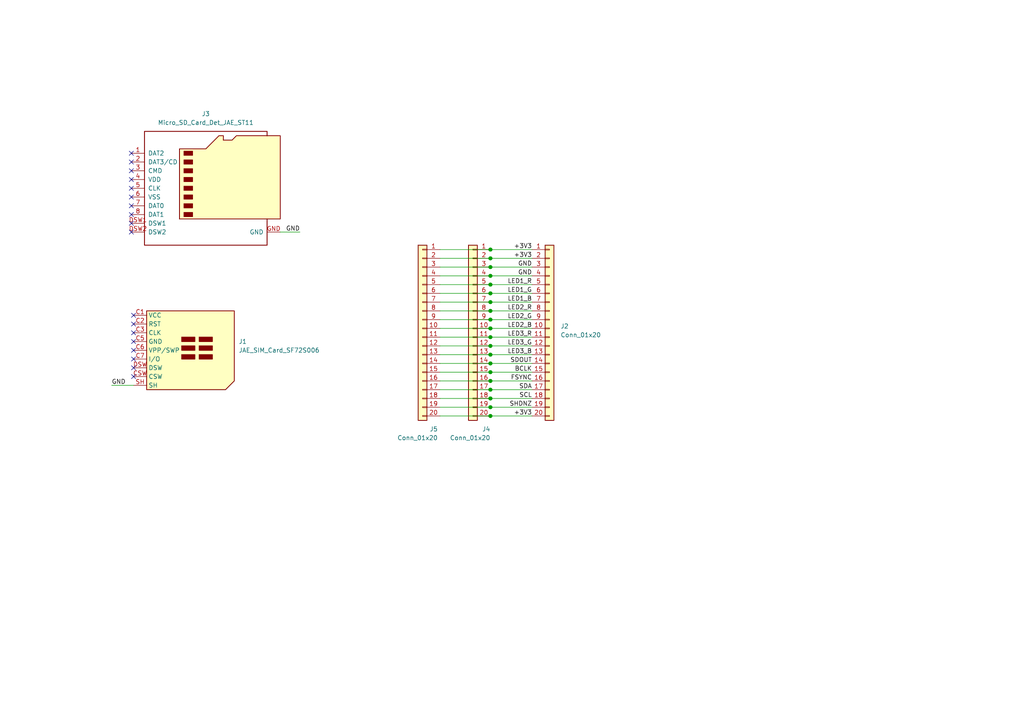
<source format=kicad_sch>
(kicad_sch (version 20201015) (generator eeschema)
  (paper "A4")
  (lib_symbols
    (symbol "Connector:JAE_SIM_Card_SF72S006"
      (property "Reference" "J" (at 5.08 12.7 0))
      (property "Value" "JAE_SIM_Card_SF72S006" (at 30.48 12.7 0))
      (symbol "JAE_SIM_Card_SF72S006_0_1"
        (rectangle (start 13.97 -2.54) (end 17.78 -1.27) (stroke (width 0.254)) (fill (type outline)))
        (rectangle (start 13.97 0) (end 17.78 1.27) (stroke (width 0.254)) (fill (type outline)))
        (rectangle (start 13.97 2.54) (end 17.78 3.81) (stroke (width 0.254)) (fill (type outline)))
        (rectangle (start 19.05 -1.27) (end 22.86 -2.54) (stroke (width 0.254)) (fill (type outline)))
        (rectangle (start 19.05 0) (end 22.86 1.27) (stroke (width 0.254)) (fill (type outline)))
        (rectangle (start 19.05 2.54) (end 22.86 3.81) (stroke (width 0.254)) (fill (type outline)))
        (polyline (pts (xy 3.81 11.43) (xy 3.81 -11.43) (xy 26.67 -11.43) (xy 29.21 -8.89) (xy 29.21 11.43) (xy 3.81 11.43)) (stroke (width 0.254)) (fill (type background)))
      )
      (symbol "JAE_SIM_Card_SF72S006_1_1"
        (pin power_in line (at 0 10.16 0) (length 3.81) (name "VCC") (number "C1"))
        (pin input line (at 0 7.62 0) (length 3.81) (name "RST") (number "C2"))
        (pin input line (at 0 5.08 0) (length 3.81) (name "CLK") (number "C3"))
        (pin power_in line (at 0 2.54 0) (length 3.81) (name "GND") (number "C5"))
        (pin bidirectional line (at 0 0 0) (length 3.81) (name "VPP/SWP") (number "C6"))
        (pin bidirectional line (at 0 -2.54 0) (length 3.81) (name "I/O") (number "C7"))
        (pin passive line (at 0 -7.62 0) (length 3.81) (name "CSW") (number "CSW"))
        (pin passive line (at 0 -5.08 0) (length 3.81) (name "DSW") (number "DSW"))
        (pin passive line (at 0 -10.16 0) (length 3.81) (name "SH") (number "SH"))
      )
    )
    (symbol "Connector_Generic:Conn_01x20" (pin_names (offset 1.016) hide)
      (property "Reference" "J" (at 0 25.4 0))
      (property "Value" "Conn_01x20" (at 0 -27.94 0))
      (symbol "Conn_01x20_1_1"
        (rectangle (start -1.27 -4.953) (end 0 -5.207) (stroke (width 0.1524)))
        (rectangle (start -1.27 -7.493) (end 0 -7.747) (stroke (width 0.1524)))
        (rectangle (start -1.27 -10.033) (end 0 -10.287) (stroke (width 0.1524)))
        (rectangle (start -1.27 -12.573) (end 0 -12.827) (stroke (width 0.1524)))
        (rectangle (start -1.27 -15.113) (end 0 -15.367) (stroke (width 0.1524)))
        (rectangle (start -1.27 -17.653) (end 0 -17.907) (stroke (width 0.1524)))
        (rectangle (start -1.27 -20.193) (end 0 -20.447) (stroke (width 0.1524)))
        (rectangle (start -1.27 -22.733) (end 0 -22.987) (stroke (width 0.1524)))
        (rectangle (start -1.27 -2.413) (end 0 -2.667) (stroke (width 0.1524)))
        (rectangle (start -1.27 -25.273) (end 0 -25.527) (stroke (width 0.1524)))
        (rectangle (start -1.27 2.667) (end 0 2.413) (stroke (width 0.1524)))
        (rectangle (start -1.27 5.207) (end 0 4.953) (stroke (width 0.1524)))
        (rectangle (start -1.27 7.747) (end 0 7.493) (stroke (width 0.1524)))
        (rectangle (start -1.27 10.287) (end 0 10.033) (stroke (width 0.1524)))
        (rectangle (start -1.27 0.127) (end 0 -0.127) (stroke (width 0.1524)))
        (rectangle (start -1.27 12.827) (end 0 12.573) (stroke (width 0.1524)))
        (rectangle (start -1.27 15.367) (end 0 15.113) (stroke (width 0.1524)))
        (rectangle (start -1.27 17.907) (end 0 17.653) (stroke (width 0.1524)))
        (rectangle (start -1.27 20.447) (end 0 20.193) (stroke (width 0.1524)))
        (rectangle (start -1.27 22.987) (end 0 22.733) (stroke (width 0.1524)))
        (rectangle (start -1.27 24.13) (end 1.27 -26.67) (stroke (width 0.254)) (fill (type background)))
        (pin passive line (at -5.08 22.86 0) (length 3.81) (name "Pin_1") (number "1"))
        (pin passive line (at -5.08 0 0) (length 3.81) (name "Pin_10") (number "10"))
        (pin passive line (at -5.08 -2.54 0) (length 3.81) (name "Pin_11") (number "11"))
        (pin passive line (at -5.08 -5.08 0) (length 3.81) (name "Pin_12") (number "12"))
        (pin passive line (at -5.08 -7.62 0) (length 3.81) (name "Pin_13") (number "13"))
        (pin passive line (at -5.08 -10.16 0) (length 3.81) (name "Pin_14") (number "14"))
        (pin passive line (at -5.08 -12.7 0) (length 3.81) (name "Pin_15") (number "15"))
        (pin passive line (at -5.08 -15.24 0) (length 3.81) (name "Pin_16") (number "16"))
        (pin passive line (at -5.08 -17.78 0) (length 3.81) (name "Pin_17") (number "17"))
        (pin passive line (at -5.08 -20.32 0) (length 3.81) (name "Pin_18") (number "18"))
        (pin passive line (at -5.08 -22.86 0) (length 3.81) (name "Pin_19") (number "19"))
        (pin passive line (at -5.08 20.32 0) (length 3.81) (name "Pin_2") (number "2"))
        (pin passive line (at -5.08 -25.4 0) (length 3.81) (name "Pin_20") (number "20"))
        (pin passive line (at -5.08 17.78 0) (length 3.81) (name "Pin_3") (number "3"))
        (pin passive line (at -5.08 15.24 0) (length 3.81) (name "Pin_4") (number "4"))
        (pin passive line (at -5.08 12.7 0) (length 3.81) (name "Pin_5") (number "5"))
        (pin passive line (at -5.08 10.16 0) (length 3.81) (name "Pin_6") (number "6"))
        (pin passive line (at -5.08 7.62 0) (length 3.81) (name "Pin_7") (number "7"))
        (pin passive line (at -5.08 5.08 0) (length 3.81) (name "Pin_8") (number "8"))
        (pin passive line (at -5.08 2.54 0) (length 3.81) (name "Pin_9") (number "9"))
      )
    )
    (symbol "j_Connector:Micro_SD_Card_Det_JAE_ST11" (pin_names (offset 1.016))
      (property "Reference" "J" (at -16.51 17.78 0))
      (property "Value" "Micro_SD_Card_Det_JAE_ST11" (at 16.51 17.78 0))
      (symbol "Micro_SD_Card_Det_JAE_ST11_0_1"
        (rectangle (start -7.62 -6.985) (end -5.08 -8.255) (fill (type outline)))
        (rectangle (start -7.62 -4.445) (end -5.08 -5.715) (fill (type outline)))
        (rectangle (start -7.62 -1.905) (end -5.08 -3.175) (fill (type outline)))
        (rectangle (start -7.62 0.635) (end -5.08 -0.635) (fill (type outline)))
        (rectangle (start -7.62 3.175) (end -5.08 1.905) (fill (type outline)))
        (rectangle (start -7.62 5.715) (end -5.08 4.445) (fill (type outline)))
        (rectangle (start -7.62 8.255) (end -5.08 6.985) (fill (type outline)))
        (rectangle (start -7.62 10.795) (end -5.08 9.525) (fill (type outline)))
        (polyline (pts (xy 16.51 15.24) (xy 16.51 16.51) (xy -19.05 16.51) (xy -19.05 -16.51) (xy 16.51 -16.51) (xy 16.51 -8.89)) (stroke (width 0.254)))
        (polyline (pts (xy -8.89 -8.89) (xy -8.89 11.43) (xy -1.27 11.43) (xy 2.54 15.24) (xy 3.81 15.24) (xy 3.81 13.97) (xy 6.35 13.97) (xy 7.62 15.24) (xy 20.32 15.24) (xy 20.32 -8.89) (xy -8.89 -8.89)) (stroke (width 0.254)) (fill (type background)))
      )
      (symbol "Micro_SD_Card_Det_JAE_ST11_1_1"
        (pin bidirectional line (at -22.86 10.16 0) (length 3.81) (name "DAT2") (number "1"))
        (pin passive line (at -22.86 -10.16 0) (length 3.81) (name "DSW1") (number "DSW1"))
        (pin passive line (at 20.32 -12.7 180) (length 3.81) (name "GND") (number "GND"))
        (pin bidirectional line (at -22.86 7.62 0) (length 3.81) (name "DAT3/CD") (number "2"))
        (pin input line (at -22.86 5.08 0) (length 3.81) (name "CMD") (number "3"))
        (pin power_in line (at -22.86 2.54 0) (length 3.81) (name "VDD") (number "4"))
        (pin input line (at -22.86 0 0) (length 3.81) (name "CLK") (number "5"))
        (pin power_in line (at -22.86 -2.54 0) (length 3.81) (name "VSS") (number "6"))
        (pin bidirectional line (at -22.86 -5.08 0) (length 3.81) (name "DAT0") (number "7"))
        (pin bidirectional line (at -22.86 -7.62 0) (length 3.81) (name "DAT1") (number "8"))
        (pin passive line (at -22.86 -12.7 0) (length 3.81) (name "DSW2") (number "DSW2"))
      )
    )
  )
  (junction (at 142.24 72.39) (diameter 1.016))
  (junction (at 142.24 74.93) (diameter 1.016))
  (junction (at 142.24 77.47) (diameter 1.016))
  (junction (at 142.24 80.01) (diameter 1.016))
  (junction (at 142.24 82.55) (diameter 1.016))
  (junction (at 142.24 85.09) (diameter 1.016))
  (junction (at 142.24 87.63) (diameter 1.016))
  (junction (at 142.24 90.17) (diameter 1.016))
  (junction (at 142.24 92.71) (diameter 1.016))
  (junction (at 142.24 95.25) (diameter 1.016))
  (junction (at 142.24 97.79) (diameter 1.016))
  (junction (at 142.24 100.33) (diameter 1.016))
  (junction (at 142.24 102.87) (diameter 1.016))
  (junction (at 142.24 105.41) (diameter 1.016))
  (junction (at 142.24 107.95) (diameter 1.016))
  (junction (at 142.24 110.49) (diameter 1.016))
  (junction (at 142.24 113.03) (diameter 1.016))
  (junction (at 142.24 115.57) (diameter 1.016))
  (junction (at 142.24 118.11) (diameter 1.016))
  (junction (at 142.24 120.65) (diameter 1.016))
  (no_connect (at 38.1 46.99))
  (no_connect (at 38.735 104.14))
  (no_connect (at 38.1 44.45))
  (no_connect (at 38.735 99.06))
  (no_connect (at 38.735 91.44))
  (no_connect (at 38.735 101.6))
  (no_connect (at 38.1 54.61))
  (no_connect (at 38.735 96.52))
  (no_connect (at 38.1 49.53))
  (no_connect (at 38.735 109.22))
  (no_connect (at 38.735 93.98))
  (no_connect (at 38.1 57.15))
  (no_connect (at 38.735 106.68))
  (no_connect (at 38.1 62.23))
  (no_connect (at 38.1 67.31))
  (no_connect (at 38.1 59.69))
  (no_connect (at 38.1 52.07))
  (no_connect (at 38.1 64.77))
  (wire (pts (xy 32.385 111.76) (xy 38.735 111.76)))
  (wire (pts (xy 81.28 67.31) (xy 86.995 67.31)))
  (wire (pts (xy 127.635 72.39) (xy 142.24 72.39)))
  (wire (pts (xy 127.635 74.93) (xy 142.24 74.93)))
  (wire (pts (xy 127.635 77.47) (xy 142.24 77.47)))
  (wire (pts (xy 127.635 80.01) (xy 142.24 80.01)))
  (wire (pts (xy 127.635 82.55) (xy 142.24 82.55)))
  (wire (pts (xy 127.635 85.09) (xy 142.24 85.09)))
  (wire (pts (xy 127.635 87.63) (xy 142.24 87.63)))
  (wire (pts (xy 127.635 90.17) (xy 142.24 90.17)))
  (wire (pts (xy 127.635 92.71) (xy 142.24 92.71)))
  (wire (pts (xy 127.635 95.25) (xy 142.24 95.25)))
  (wire (pts (xy 127.635 97.79) (xy 142.24 97.79)))
  (wire (pts (xy 127.635 100.33) (xy 142.24 100.33)))
  (wire (pts (xy 127.635 102.87) (xy 142.24 102.87)))
  (wire (pts (xy 127.635 105.41) (xy 142.24 105.41)))
  (wire (pts (xy 127.635 107.95) (xy 142.24 107.95)))
  (wire (pts (xy 127.635 110.49) (xy 142.24 110.49)))
  (wire (pts (xy 127.635 113.03) (xy 142.24 113.03)))
  (wire (pts (xy 127.635 115.57) (xy 142.24 115.57)))
  (wire (pts (xy 127.635 118.11) (xy 142.24 118.11)))
  (wire (pts (xy 127.635 120.65) (xy 142.24 120.65)))
  (wire (pts (xy 142.24 72.39) (xy 154.305 72.39)))
  (wire (pts (xy 142.24 74.93) (xy 154.305 74.93)))
  (wire (pts (xy 142.24 77.47) (xy 154.305 77.47)))
  (wire (pts (xy 142.24 80.01) (xy 154.305 80.01)))
  (wire (pts (xy 142.24 82.55) (xy 154.305 82.55)))
  (wire (pts (xy 142.24 85.09) (xy 154.305 85.09)))
  (wire (pts (xy 142.24 87.63) (xy 154.305 87.63)))
  (wire (pts (xy 142.24 90.17) (xy 154.305 90.17)))
  (wire (pts (xy 142.24 92.71) (xy 154.305 92.71)))
  (wire (pts (xy 142.24 95.25) (xy 154.305 95.25)))
  (wire (pts (xy 142.24 97.79) (xy 154.305 97.79)))
  (wire (pts (xy 142.24 100.33) (xy 154.305 100.33)))
  (wire (pts (xy 142.24 102.87) (xy 154.305 102.87)))
  (wire (pts (xy 142.24 105.41) (xy 154.305 105.41)))
  (wire (pts (xy 142.24 107.95) (xy 154.305 107.95)))
  (wire (pts (xy 142.24 110.49) (xy 154.305 110.49)))
  (wire (pts (xy 142.24 113.03) (xy 154.305 113.03)))
  (wire (pts (xy 142.24 115.57) (xy 154.305 115.57)))
  (wire (pts (xy 142.24 118.11) (xy 154.305 118.11)))
  (wire (pts (xy 142.24 120.65) (xy 154.305 120.65)))
  (label "GND" (at 32.385 111.76 0))
  (label "GND" (at 86.995 67.31 180))
  (label "+3V3" (at 154.305 72.39 180))
  (label "+3V3" (at 154.305 74.93 180))
  (label "GND" (at 154.305 77.47 180))
  (label "GND" (at 154.305 80.01 180))
  (label "LED1_R" (at 154.305 82.55 180))
  (label "LED1_G" (at 154.305 85.09 180))
  (label "LED1_B" (at 154.305 87.63 180))
  (label "LED2_R" (at 154.305 90.17 180))
  (label "LED2_G" (at 154.305 92.71 180))
  (label "LED2_B" (at 154.305 95.25 180))
  (label "LED3_R" (at 154.305 97.79 180))
  (label "LED3_G" (at 154.305 100.33 180))
  (label "LED3_B" (at 154.305 102.87 180))
  (label "SDOUT" (at 154.305 105.41 180))
  (label "BCLK" (at 154.305 107.95 180))
  (label "FSYNC" (at 154.305 110.49 180))
  (label "SDA" (at 154.305 113.03 180))
  (label "SCL" (at 154.305 115.57 180))
  (label "SHDNZ" (at 154.305 118.11 180))
  (label "+3V3" (at 154.305 120.65 180))
  (symbol (lib_id "Connector_Generic:Conn_01x20") (at 122.555 95.25 0) (mirror y) (unit 1)
    (property "Reference" "J5" (at 127 124.46 0) (effects (justify left)))
    (property "Value" "Conn_01x20" (at 127 127 0) (effects (justify left)))
    (property "Footprint" "Connector_PinHeader_2.54mm:PinHeader_1x20_P2.54mm_Vertical" (effects hide))
  )
  (symbol (lib_id "Connector_Generic:Conn_01x20") (at 137.16 95.25 0) (mirror y) (unit 1)
    (property "Reference" "J4" (at 142.24 124.46 0) (effects (justify left)))
    (property "Value" "Conn_01x20" (at 142.24 127 0) (effects (justify left)))
    (property "Footprint" "Connector_PinHeader_2.54mm:PinHeader_1x20_P2.54mm_Vertical_SMD_Pin1Right" (effects hide))
  )
  (symbol (lib_id "Connector_Generic:Conn_01x20") (at 159.385 95.25 0) (unit 1)
    (property "Reference" "J2" (at 162.56 94.615 0) (effects (justify left)))
    (property "Value" "Conn_01x20" (at 162.56 97.155 0) (effects (justify left)))
    (property "Footprint" "jeffmakes-footprints:Hirose_FH12-20S-0.5SVA_1x20-1MP_P0.50mm_Vertical" (effects hide))
  )
  (symbol (lib_id "Connector:JAE_SIM_Card_SF72S006") (at 38.735 101.6 0) (unit 1)
    (property "Reference" "J1" (at 69.215 99.06 0) (effects (justify left)))
    (property "Value" "JAE_SIM_Card_SF72S006" (at 69.215 101.6 0) (effects (justify left)))
    (property "Footprint" "Connector_JAE:JAE_SIM_Card_SF72S006" (effects hide))
    (property "Datasheet" "https://www.jae.com/direct/topics/topics_file_download/topics_id=68892&ext_no=06&index=0&_lang=en&v=202003111511468456809" (effects hide))
  )
  (symbol (lib_id "j_Connector:Micro_SD_Card_Det_JAE_ST11") (at 60.96 54.61 0) (unit 1)
    (property "Reference" "J3" (at 59.69 33.02 0))
    (property "Value" "Micro_SD_Card_Det_JAE_ST11" (at 59.69 35.56 0))
    (property "Footprint" "jeffmakes-footprints:microSD_JAE_ST11S008V4H" (effects hide))
  )
)
</source>
